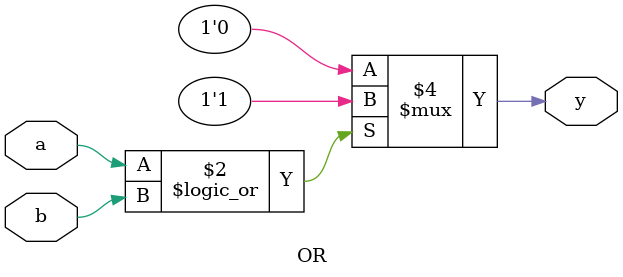
<source format=v>
module OR ( a, b, y );
input a, b;
output reg y;

always@(*)

if( a || b )
	y = 1;
else
	y = 0;

endmodule

</source>
